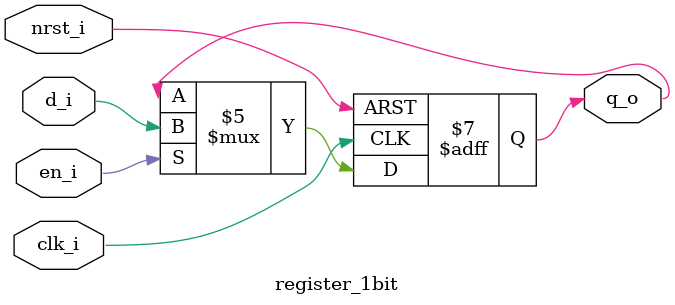
<source format=v>
  module register_1bit (
      input       clk_i,
      input       nrst_i,
      input       en_i,
      input       d_i,
      output reg  q_o
  ); //da hal check va khong co loi

    always @(posedge clk_i or negedge nrst_i) begin
      if (nrst_i == 0) begin
        q_o <= 0;
      end else if (en_i == 1) begin
        q_o <= d_i;
      end else begin
         q_o <= q_o;
      end
    end
  endmodule


</source>
